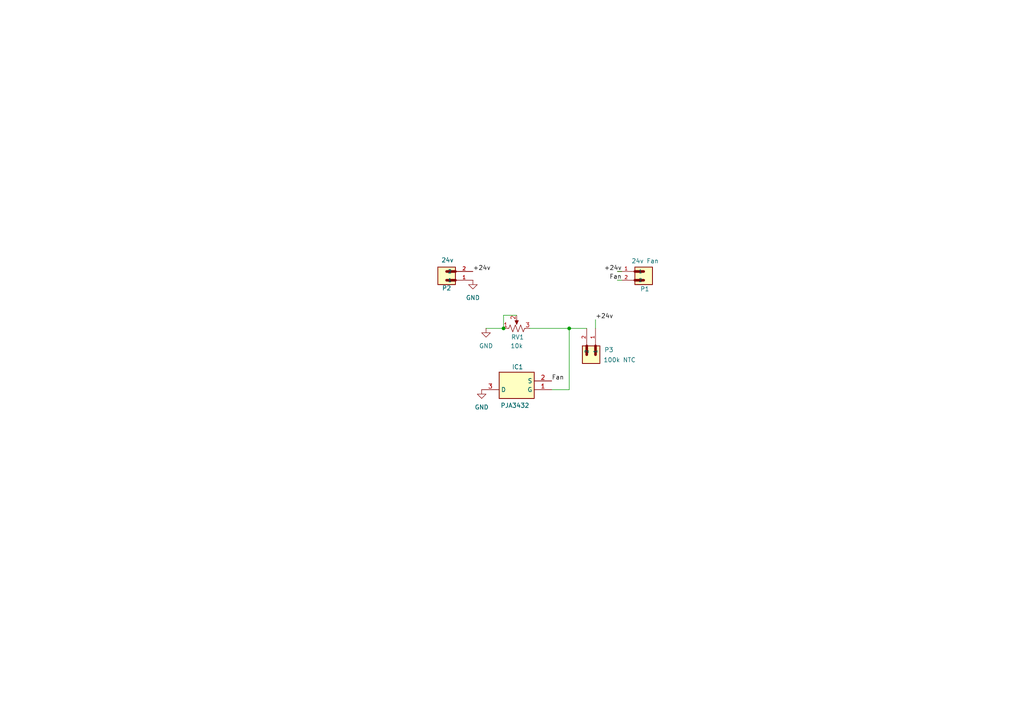
<source format=kicad_sch>
(kicad_sch (version 20250114) (generator "eeschema") (generator_version "9.0")
  (paper "A4")
  (lib_symbols
    (symbol "Device:R_Potentiometer_US" (pin_names (offset 1.016) (hide yes))
      (property "Reference" "RV" (at -4.445 0 90))
      (property "Value" "R_Potentiometer_US" (at -2.54 0 90))
      (symbol "R_Potentiometer_US_0_1"
        (polyline (pts (xy 0 2.54) (xy 0 2.286)))
        (polyline (pts (xy 0 2.286) (xy 1.016 1.905) (xy 0 1.524) (xy -1.016 1.143) (xy 0 0.762)))
        (polyline (pts (xy 0 0.762) (xy 1.016 0.381) (xy 0 0) (xy -1.016 -0.381) (xy 0 -0.762)))
        (polyline (pts (xy 0 -0.762) (xy 1.016 -1.143) (xy 0 -1.524) (xy -1.016 -1.905) (xy 0 -2.286)))
        (polyline (pts (xy 0 -2.286) (xy 0 -2.54)))
        (polyline (pts (xy 1.143 0) (xy 2.286 0.508) (xy 2.286 -0.508) (xy 1.143 0)) (fill (type outline)))
        (polyline (pts (xy 2.54 0) (xy 1.524 0)))
      )
      (symbol "R_Potentiometer_US_1_1"
        (pin passive line (at 0 3.81 270) (length 1.27) (name "1") (number "1"))
        (pin passive line (at 0 -3.81 90) (length 1.27) (name "3") (number "3"))
        (pin passive line (at 3.81 0 180) (length 1.27) (name "2") (number "2"))
      )
    )
    (symbol "PJA3432_R2_00001:PJA3432_R2_00001"
      (property "Reference" "IC" (at 16.51 7.62 0))
      (property "Value" "PJA3432_R2_00001" (at 16.51 5.08 0))
      (symbol "PJA3432_R2_00001_1_1"
        (rectangle (start 5.08 2.54) (end 15.24 -5.08) (stroke (width 0.254)) (fill (type background)))
        (pin passive line (at 0 0 0) (length 5.08) (name "G") (number "1"))
        (pin passive line (at 0 -2.54 0) (length 5.08) (name "S") (number "2"))
        (pin passive line (at 20.32 0 180) (length 5.08) (name "D") (number "3"))
      )
    )
    (symbol "S2B-XH-A_LF__SN_:S2B-XH-A_LF__SN_" (pin_names (offset 1.016))
      (property "Reference" "P" (at -2.544 2.544 0))
      (property "Value" "S2B-XH-A_LF__SN_" (at -2.5433 -3.8149 0))
      (symbol "S2B-XH-A_LF__SN__0_0"
        (polyline (pts (xy -2.54 1.27) (xy 0 1.27)) (stroke (width 0.762)))
        (polyline (pts (xy -2.54 -1.27) (xy 0 -1.27)) (stroke (width 0.762)))
        (rectangle (start -2.54 -2.54) (end 2.54 2.54) (stroke (width 0.254)) (fill (type background)))
        (pin passive line (at -7.62 1.27 0) (length 5.08) (name "1") (number "1"))
        (pin passive line (at -7.62 -1.27 0) (length 5.08) (name "2") (number "2"))
      )
    )
    (symbol "power:GND" (power) (pin_numbers (hide yes)) (pin_names (offset 0) (hide yes))
      (property "Value" "GND" (at 0 -3.81 0))
      (symbol "GND_0_1"
        (polyline (pts (xy 0 0) (xy 0 -1.27) (xy 1.27 -1.27) (xy 0 -2.54) (xy -1.27 -1.27) (xy 0 -1.27)))
      )
      (symbol "GND_1_1"
        (pin power_in line (at 0 0 270) (length 0) (name "~") (number "1"))
      )
    )
  )
  (junction (at 165.1 95.25))
  (junction (at 146.05 95.25))
  (wire (pts (xy 179.07 78.74) (xy 180.34 78.74)))
  (wire (pts (xy 149.86 91.44) (xy 146.05 91.44)))
  (wire (pts (xy 165.1 95.25) (xy 170.18 95.25)))
  (wire (pts (xy 179.07 81.28) (xy 180.34 81.28)))
  (wire (pts (xy 146.05 91.44) (xy 146.05 95.25)))
  (wire (pts (xy 153.67 95.25) (xy 165.1 95.25)))
  (wire (pts (xy 172.72 92.71) (xy 172.72 95.25)))
  (wire (pts (xy 140.97 95.25) (xy 146.05 95.25)))
  (wire (pts (xy 160.02 113.03) (xy 165.1 113.03)))
  (wire (pts (xy 165.1 113.03) (xy 165.1 95.25)))
  (label "Fan" (at 160.02 110.49 0))
  (label "+24v" (at 172.72 92.71 0))
  (label "+24v" (at 180.34 78.74 180))
  (label "+24v" (at 137.16 78.74 0))
  (label "Fan" (at 180.34 81.28 180))
  (symbol (lib_id "S2B-XH-A_LF__SN_:S2B-XH-A_LF__SN_") (at 129.54 80.01 180) (unit 1)
    (property "Reference" "P2" (at 129.54 83.566 0))
    (property "Value" "24v" (at 129.794 75.438 0))
    (property "Footprint" "Connector_JST:JST_XH_S2B-XH-A_1x02_P2.50mm_Horizontal" (effects (hide yes)))
    (property "MF" "JST Sales America Inc." (effects (hide yes)))
    (property "Description_1" "Connector Header Through Hole, Right Angle 2 position 0.098 (2.50mm)" (effects (hide yes)))
    (property "Package" "None" (effects (hide yes)))
    (property "Price" "None" (effects (hide yes)))
    (property "Check_prices" "https://www.snapeda.com/parts/S2B-XH-A(LF)(SN)/JST/view-part/?ref=eda" (effects (hide yes)))
    (property "SnapEDA_Link" "https://www.snapeda.com/parts/S2B-XH-A(LF)(SN)/JST/view-part/?ref=snap" (effects (hide yes)))
    (property "MP" "S2B-XH-A(LF)(SN)" (effects (hide yes)))
    (property "Availability" "In Stock" (effects (hide yes)))
    (property "MANUFACTURER" "JST" (effects (hide yes)))
  )
  (symbol (lib_id "Device:R_Potentiometer_US") (at 149.86 95.25 90) (unit 1)
    (property "Reference" "RV1" (at 150.114 97.79 90))
    (property "Value" "10k" (at 149.86 100.33 90))
    (property "Footprint" "Potentiometer_THT:Potentiometer_Bourns_3266W_Vertical" (effects (hide yes)))
    (property "Description" "Potentiometer, US symbol" (effects (hide yes)))
  )
  (symbol (lib_id "power:GND") (at 139.7 113.03 0) (unit 1)
    (property "Reference" "#PWR04" (effects (hide yes)))
    (property "Value" "GND" (at 139.7 118.11 0))
    (property "Description" "Power symbol creates a global label with name \"GND\" , ground" (effects (hide yes)))
  )
  (symbol (lib_id "power:GND") (at 137.16 81.28 0) (unit 1)
    (property "Reference" "#PWR01" (effects (hide yes)))
    (property "Value" "GND" (at 137.16 86.36 0))
    (property "Description" "Power symbol creates a global label with name \"GND\" , ground" (effects (hide yes)))
  )
  (symbol (lib_id "S2B-XH-A_LF__SN_:S2B-XH-A_LF__SN_") (at 186.69 80.01 0) (unit 1)
    (property "Reference" "P1" (at 185.674 83.82 0) (effects (justify left)))
    (property "Value" "24v Fan" (at 183.134 75.692 0) (effects (justify left)))
    (property "Footprint" "Connector_JST:JST_XH_S2B-XH-A_1x02_P2.50mm_Horizontal" (effects (hide yes)))
    (property "MF" "JST Sales America Inc." (effects (hide yes)))
    (property "Description_1" "Connector Header Through Hole, Right Angle 2 position 0.098 (2.50mm)" (effects (hide yes)))
    (property "Package" "None" (effects (hide yes)))
    (property "Price" "None" (effects (hide yes)))
    (property "Check_prices" "https://www.snapeda.com/parts/S2B-XH-A(LF)(SN)/JST/view-part/?ref=eda" (effects (hide yes)))
    (property "SnapEDA_Link" "https://www.snapeda.com/parts/S2B-XH-A(LF)(SN)/JST/view-part/?ref=snap" (effects (hide yes)))
    (property "MP" "S2B-XH-A(LF)(SN)" (effects (hide yes)))
    (property "Availability" "In Stock" (effects (hide yes)))
    (property "MANUFACTURER" "JST" (effects (hide yes)))
  )
  (symbol (lib_id "PJA3432_R2_00001:PJA3432_R2_00001") (at 160.02 113.03 180) (unit 1)
    (property "Reference" "IC1" (at 150.114 106.426 0))
    (property "Value" "PJA3432" (at 149.352 117.602 0))
    (property "Footprint" "KiCad:SOT95P240X110-3N" (effects (hide yes)))
    (property "Description" "MOSFET /A32/TR/13\"/HF/12K/SOT-23/MOS/SOT/NFET-20TMN/NF20T-QI13/PJ///" (effects (hide yes)))
    (property "Height" "1.1" (effects (hide yes)))
    (property "Mouser Part Number" "241-PJA3432_R2_00001" (effects (hide yes)))
    (property "Mouser Price/Stock" "https://www.mouser.co.uk/ProductDetail/Panjit/PJA3432_R2_00001?qs=sPbYRqrBIVm3I8STzQUb5A%3D%3D" (effects (hide yes)))
    (property "Manufacturer_Name" "PANJIT" (effects (hide yes)))
    (property "Manufacturer_Part_Number" "PJA3432_R2_00001" (effects (hide yes)))
  )
  (symbol (lib_id "S2B-XH-A_LF__SN_:S2B-XH-A_LF__SN_") (at 171.45 102.87 270) (unit 1)
    (property "Reference" "P3" (at 175.26 101.4729 90) (effects (justify left)))
    (property "Value" "100k NTC" (at 175.006 104.394 90) (effects (justify left)))
    (property "Footprint" "Connector_JST:JST_XH_S2B-XH-A_1x02_P2.50mm_Horizontal" (effects (hide yes)))
    (property "MF" "JST Sales America Inc." (effects (hide yes)))
    (property "Description_1" "Connector Header Through Hole, Right Angle 2 position 0.098 (2.50mm)" (effects (hide yes)))
    (property "Package" "None" (effects (hide yes)))
    (property "Price" "None" (effects (hide yes)))
    (property "Check_prices" "https://www.snapeda.com/parts/S2B-XH-A(LF)(SN)/JST/view-part/?ref=eda" (effects (hide yes)))
    (property "SnapEDA_Link" "https://www.snapeda.com/parts/S2B-XH-A(LF)(SN)/JST/view-part/?ref=snap" (effects (hide yes)))
    (property "MP" "S2B-XH-A(LF)(SN)" (effects (hide yes)))
    (property "Availability" "In Stock" (effects (hide yes)))
    (property "MANUFACTURER" "JST" (effects (hide yes)))
  )
  (symbol (lib_id "power:GND") (at 140.97 95.25 0) (unit 1)
    (property "Reference" "#PWR03" (effects (hide yes)))
    (property "Value" "GND" (at 140.97 100.33 0))
    (property "Description" "Power symbol creates a global label with name \"GND\" , ground" (effects (hide yes)))
  )
)
</source>
